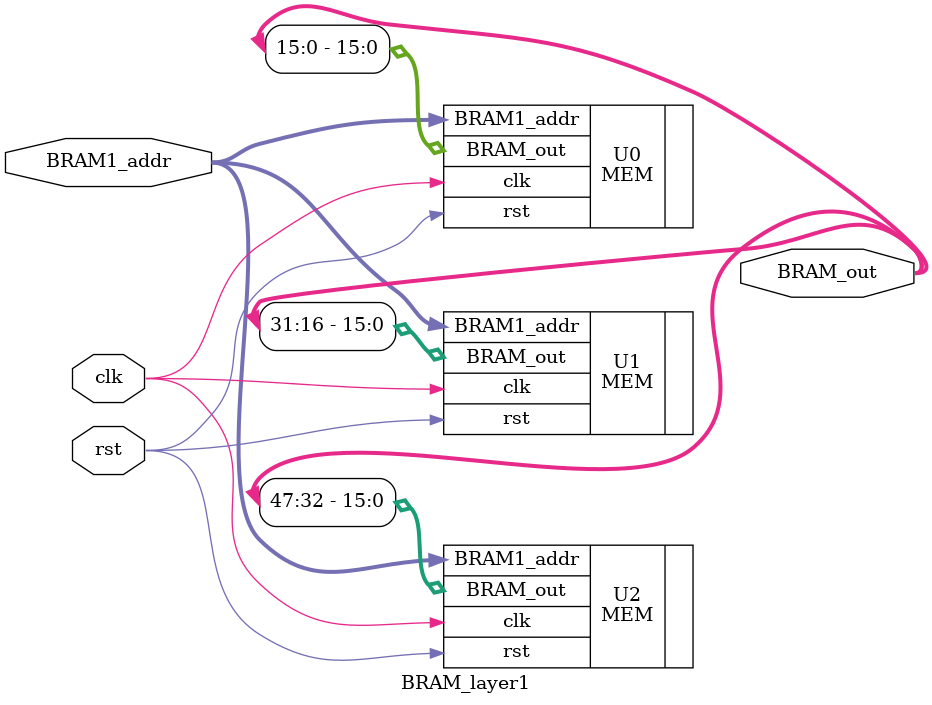
<source format=v>
module BRAM_layer1 #(parameter N_BRAM1=3)(BRAM_out,BRAM1_addr,clk,rst);
 output  [N_BRAM1*16-1:0]        BRAM_out;
 input  [10-1:0] 				BRAM1_addr;
 input 			    		   clk,rst;

MEM #(.FILENAME("data_in/rom_init_1.txt"),.DATA_WIDTH(16),.BRAM1_addr_WIDTH(10)) U0 (.BRAM1_addr(BRAM1_addr), .clk(clk),.rst(rst),.BRAM_out(BRAM_out[16*(0+1)-1:16*0])); 
MEM #(.FILENAME("data_in/rom_init_2.txt"),.DATA_WIDTH(16),.BRAM1_addr_WIDTH(10)) U1 (.BRAM1_addr(BRAM1_addr), .clk(clk),.rst(rst),.BRAM_out(BRAM_out[16*(1+1)-1:16*1])); 
MEM #(.FILENAME("data_in/rom_init_3.txt"),.DATA_WIDTH(16),.BRAM1_addr_WIDTH(10)) U2 (.BRAM1_addr(BRAM1_addr), .clk(clk),.rst(rst),.BRAM_out(BRAM_out[16*(2+1)-1:16*2])); 

endmodule

</source>
